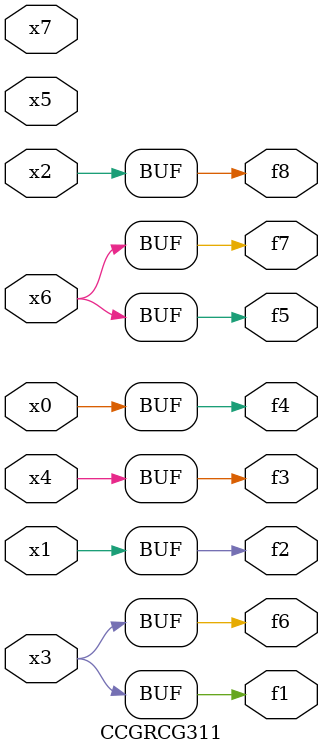
<source format=v>
module CCGRCG311(
	input x0, x1, x2, x3, x4, x5, x6, x7,
	output f1, f2, f3, f4, f5, f6, f7, f8
);
	assign f1 = x3;
	assign f2 = x1;
	assign f3 = x4;
	assign f4 = x0;
	assign f5 = x6;
	assign f6 = x3;
	assign f7 = x6;
	assign f8 = x2;
endmodule

</source>
